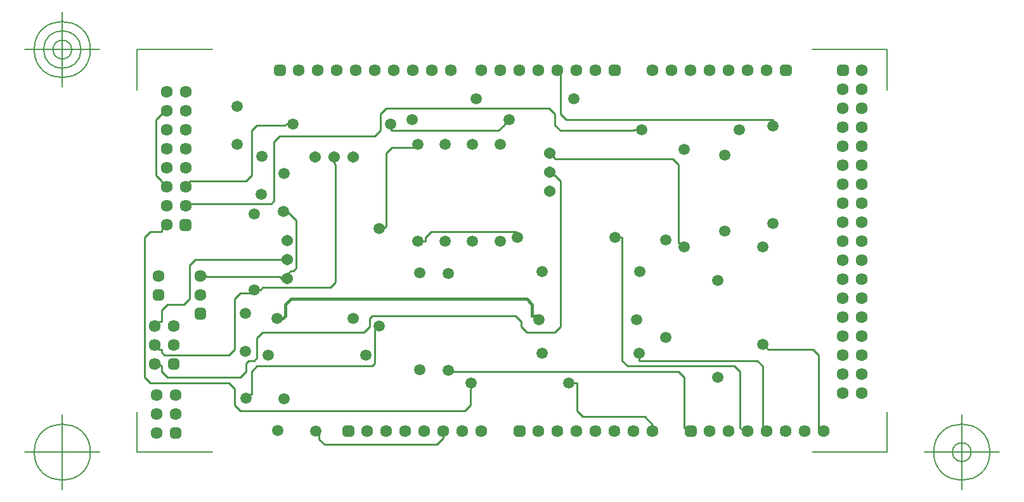
<source format=gbr>
G04 Generated by Ultiboard 14.0 *
%FSLAX34Y34*%
%MOMM*%

%ADD10C,0.0001*%
%ADD11C,0.3810*%
%ADD12C,0.2540*%
%ADD13C,0.1270*%
%ADD14C,1.6088*%
%ADD15R,0.5291X0.5291*%
%ADD16C,0.9949*%
%ADD17C,1.5000*%
%ADD18C,1.5366*%


G04 ColorRGB CCFFCC for the following layer *
%LNCopper Inner 1*%
%LPD*%
G54D10*
G54D11*
X533956Y175006D02*
X528962Y180000D01*
X525000Y180000D01*
X525000Y195000D01*
X517500Y202500D01*
X202500Y202500D01*
X195000Y195000D01*
X195000Y180000D01*
X191530Y176530D01*
X184150Y176530D01*
G54D12*
X685800Y25908D02*
X685800Y34200D01*
X675000Y45000D01*
X592500Y45000D01*
X585000Y52500D01*
X585000Y89662D01*
X573532Y89662D01*
X812800Y25400D02*
X807100Y25400D01*
X802500Y30000D01*
X802500Y105000D01*
X795000Y112500D01*
X652500Y112500D01*
X645000Y120000D01*
X645000Y284988D01*
X635254Y284988D01*
X320320Y166296D02*
X315000Y160976D01*
X315000Y116250D01*
X311250Y112500D01*
X157500Y112500D01*
X150000Y105000D01*
X150000Y75000D01*
X148152Y75000D01*
X142494Y69342D01*
X260858Y392430D02*
X260858Y384142D01*
X262500Y382500D01*
X262500Y225000D01*
X255000Y217500D01*
X165000Y217500D01*
X161922Y214422D01*
X154042Y214422D01*
X505254Y284988D02*
X505254Y289746D01*
X502500Y292500D01*
X390000Y292500D01*
X382500Y285000D01*
X382500Y279292D01*
X371968Y279292D01*
X736600Y25400D02*
X732000Y30000D01*
X727500Y30000D01*
X727500Y97500D01*
X720000Y105000D01*
X420000Y105000D01*
X418320Y106680D01*
X413258Y106680D01*
X914400Y25400D02*
X909800Y30000D01*
X907500Y30000D01*
X907500Y127500D01*
X900000Y135000D01*
X840000Y135000D01*
X840000Y135106D01*
X833120Y141986D01*
X198118Y229682D02*
X190318Y229682D01*
X187500Y232500D01*
X90000Y232500D01*
X89074Y233426D01*
X81534Y233426D01*
X846582Y433530D02*
X846582Y442500D01*
X570000Y442500D01*
X562500Y450000D01*
X562500Y504300D01*
X558800Y508000D01*
X727456Y272288D02*
X722244Y277500D01*
X720000Y277500D01*
X720000Y382500D01*
X712500Y390000D01*
X555000Y390000D01*
X555000Y390642D01*
X548132Y397510D01*
X198118Y229682D02*
X198118Y235618D01*
X202500Y240000D01*
X206250Y240000D01*
X210000Y243750D01*
X210000Y307500D01*
X198222Y319278D01*
X193048Y319278D01*
X205486Y435864D02*
X195864Y435864D01*
X195000Y435000D01*
X157500Y435000D01*
X150000Y427500D01*
X150000Y367500D01*
X142500Y360000D01*
X67500Y360000D01*
X67500Y357568D01*
X61976Y352044D01*
X494284Y442468D02*
X487500Y435684D01*
X487500Y435000D01*
X480000Y427500D01*
X337500Y427500D01*
X335486Y429514D01*
X335486Y435864D01*
X443532Y89662D02*
X443532Y83532D01*
X442500Y82500D01*
X442500Y60000D01*
X435000Y52500D01*
X135000Y52500D01*
X127500Y60000D01*
X127500Y82500D01*
X120000Y90000D01*
X15000Y90000D01*
X7500Y97500D01*
X7500Y285000D01*
X15000Y292500D01*
X30000Y292500D01*
X30000Y294668D01*
X36576Y301244D01*
X36576Y453644D02*
X32932Y450000D01*
X30000Y450000D01*
X22500Y442500D01*
X22500Y367500D01*
X30000Y360000D01*
X30000Y358620D01*
X36576Y352044D01*
X154042Y214422D02*
X150000Y210380D01*
X150000Y210000D01*
X135000Y210000D01*
X127500Y202500D01*
X127500Y135000D01*
X120000Y127500D01*
X33750Y127500D01*
X30000Y131250D01*
X30000Y135000D01*
X27052Y135000D01*
X21082Y140970D01*
X671370Y428498D02*
X660998Y428498D01*
X660000Y427500D01*
X562500Y427500D01*
X555000Y435000D01*
X555000Y450000D01*
X547500Y457500D01*
X330000Y457500D01*
X322500Y450000D01*
X322500Y427500D01*
X315000Y420000D01*
X187500Y420000D01*
X180000Y412500D01*
X180000Y333750D01*
X176250Y330000D01*
X65332Y330000D01*
X61976Y326644D01*
X838200Y25400D02*
X833600Y30000D01*
X832500Y30000D01*
X832500Y112500D01*
X825000Y120000D01*
X668020Y120000D01*
X668020Y129540D01*
X406400Y25400D02*
X406400Y16400D01*
X397500Y7500D01*
X247500Y7500D01*
X240000Y15000D01*
X240000Y22500D01*
X239636Y22500D01*
X236220Y25916D01*
X371968Y409292D02*
X367676Y405000D01*
X337500Y405000D01*
X330000Y397500D01*
X330000Y300000D01*
X326296Y296296D01*
X320320Y296296D01*
X198118Y255082D02*
X198118Y255000D01*
X75000Y255000D01*
X67500Y247500D01*
X67500Y202500D01*
X60000Y195000D01*
X37500Y195000D01*
X30000Y187500D01*
X30000Y172500D01*
X27212Y172500D01*
X21082Y166370D01*
X548132Y372110D02*
X552742Y367500D01*
X555000Y367500D01*
X562500Y360000D01*
X562500Y165000D01*
X555000Y157500D01*
X517500Y157500D01*
X510000Y165000D01*
X510000Y172500D01*
X502500Y180000D01*
X311250Y180000D01*
X307500Y176250D01*
X307500Y165000D01*
X300000Y157500D01*
X165000Y157500D01*
X157500Y150000D01*
X157500Y123750D01*
X153750Y120000D01*
X146250Y120000D01*
X142500Y116250D01*
X142500Y105000D01*
X135000Y97500D01*
X37500Y97500D01*
X30000Y105000D01*
X30000Y112500D01*
X26930Y115570D01*
X21082Y115570D01*
G54D13*
X-2540Y-2540D02*
X-2540Y51308D01*
X-2540Y-2540D02*
X97568Y-2540D01*
X998540Y-2540D02*
X898432Y-2540D01*
X998540Y-2540D02*
X998540Y51308D01*
X998540Y535940D02*
X998540Y482092D01*
X998540Y535940D02*
X898432Y535940D01*
X-2540Y535940D02*
X97568Y535940D01*
X-2540Y535940D02*
X-2540Y482092D01*
X-52540Y-2540D02*
X-152540Y-2540D01*
X-102540Y-52540D02*
X-102540Y47460D01*
X-140040Y-2540D02*
G75*
D01*
G02X-140040Y-2540I37500J0*
G01*
X1048540Y-2540D02*
X1148540Y-2540D01*
X1098540Y-52540D02*
X1098540Y47460D01*
X1061040Y-2540D02*
G75*
D01*
G02X1061040Y-2540I37500J0*
G01*
X1086040Y-2540D02*
G75*
D01*
G02X1086040Y-2540I12500J0*
G01*
X-52540Y535940D02*
X-152540Y535940D01*
X-102540Y485940D02*
X-102540Y585940D01*
X-140040Y535940D02*
G75*
D01*
G02X-140040Y535940I37500J0*
G01*
X-127540Y535940D02*
G75*
D01*
G02X-127540Y535940I25000J0*
G01*
X-115040Y535940D02*
G75*
D01*
G02X-115040Y535940I12500J0*
G01*
G54D14*
X939800Y279654D03*
X939800Y432054D03*
X939800Y482854D03*
X939800Y457454D03*
X939800Y355854D03*
X939800Y381254D03*
X939800Y406654D03*
X939800Y305054D03*
X939800Y330454D03*
X939800Y101854D03*
X939800Y228854D03*
X939800Y254254D03*
X939800Y203454D03*
X939800Y152654D03*
X939800Y178054D03*
X939800Y127254D03*
X939800Y76454D03*
X965200Y279654D03*
X965200Y432054D03*
X965200Y508254D03*
X965200Y482854D03*
X965200Y457454D03*
X965200Y355854D03*
X965200Y381254D03*
X965200Y406654D03*
X965200Y305054D03*
X965200Y330454D03*
X965200Y101854D03*
X965200Y228854D03*
X965200Y254254D03*
X965200Y203454D03*
X965200Y152654D03*
X965200Y178054D03*
X965200Y127254D03*
X965200Y76454D03*
X264160Y508000D03*
X238760Y508000D03*
X213360Y508000D03*
X314960Y508000D03*
X289560Y508000D03*
X340360Y508000D03*
X391160Y508000D03*
X365760Y508000D03*
X416560Y508000D03*
X457200Y508000D03*
X584200Y508000D03*
X609600Y508000D03*
X558800Y508000D03*
X508000Y508000D03*
X533400Y508000D03*
X482600Y508000D03*
X685800Y508000D03*
X812800Y508000D03*
X838200Y508000D03*
X787400Y508000D03*
X736600Y508000D03*
X762000Y508000D03*
X711200Y508000D03*
X457200Y25400D03*
X330200Y25400D03*
X304800Y25400D03*
X355600Y25400D03*
X406400Y25400D03*
X381000Y25400D03*
X431800Y25400D03*
X685800Y25908D03*
X558800Y25908D03*
X533400Y25908D03*
X584200Y25908D03*
X635000Y25908D03*
X609600Y25908D03*
X660400Y25908D03*
X914400Y25400D03*
X787400Y25400D03*
X762000Y25400D03*
X812800Y25400D03*
X863600Y25400D03*
X838200Y25400D03*
X889000Y25400D03*
X25908Y233172D03*
X81534Y208026D03*
X81534Y233426D03*
X36576Y301244D03*
X61976Y402844D03*
X61976Y352044D03*
X61976Y326644D03*
X61976Y377444D03*
X61976Y479044D03*
X61976Y428244D03*
X61976Y453644D03*
X36576Y453644D03*
X36576Y377444D03*
X36576Y326644D03*
X36576Y352044D03*
X36576Y428244D03*
X36576Y402844D03*
X36576Y479044D03*
X23368Y23368D03*
X23368Y74168D03*
X48768Y74168D03*
X23368Y48768D03*
X48768Y48768D03*
X21082Y115570D03*
X21082Y166370D03*
X46482Y166370D03*
X21082Y140970D03*
X46482Y140970D03*
G54D15*
X939800Y508254D03*
X187960Y508000D03*
X635000Y508000D03*
X863600Y508000D03*
X279400Y25400D03*
X508000Y25908D03*
X736600Y25400D03*
X25908Y207772D03*
X81534Y182626D03*
X61976Y301244D03*
X48768Y23368D03*
X46482Y115570D03*
G54D16*
X937155Y505609D02*
X942445Y505609D01*
X942445Y510899D01*
X937155Y510899D01*
X937155Y505609D01*D02*
X185315Y505355D02*
X190605Y505355D01*
X190605Y510645D01*
X185315Y510645D01*
X185315Y505355D01*D02*
X632355Y505355D02*
X637645Y505355D01*
X637645Y510645D01*
X632355Y510645D01*
X632355Y505355D01*D02*
X860955Y505355D02*
X866245Y505355D01*
X866245Y510645D01*
X860955Y510645D01*
X860955Y505355D01*D02*
X276755Y22755D02*
X282045Y22755D01*
X282045Y28045D01*
X276755Y28045D01*
X276755Y22755D01*D02*
X505355Y23263D02*
X510645Y23263D01*
X510645Y28553D01*
X505355Y28553D01*
X505355Y23263D01*D02*
X733955Y22755D02*
X739245Y22755D01*
X739245Y28045D01*
X733955Y28045D01*
X733955Y22755D01*D02*
X23263Y205127D02*
X28553Y205127D01*
X28553Y210417D01*
X23263Y210417D01*
X23263Y205127D01*D02*
X78889Y179981D02*
X84179Y179981D01*
X84179Y185271D01*
X78889Y185271D01*
X78889Y179981D01*D02*
X59331Y298599D02*
X64621Y298599D01*
X64621Y303889D01*
X59331Y303889D01*
X59331Y298599D01*D02*
X46123Y20723D02*
X51413Y20723D01*
X51413Y26013D01*
X46123Y26013D01*
X46123Y20723D01*D02*
X43837Y112925D02*
X49127Y112925D01*
X49127Y118215D01*
X43837Y118215D01*
X43837Y112925D01*D02*
G54D17*
X154042Y214422D03*
X154042Y316022D03*
X846582Y433530D03*
X846582Y303530D03*
X782320Y394462D03*
X782320Y292862D03*
X833120Y271986D03*
X833120Y141986D03*
X193548Y370078D03*
X193048Y319278D03*
X505254Y284988D03*
X635254Y284988D03*
X481948Y409292D03*
X481948Y279292D03*
X445288Y409292D03*
X445288Y279292D03*
X408628Y409292D03*
X408628Y279292D03*
X371968Y409292D03*
X371968Y279292D03*
X703326Y150924D03*
X703326Y280924D03*
X533956Y175006D03*
X663956Y175006D03*
X668226Y239014D03*
X538226Y239014D03*
X727456Y402288D03*
X727456Y272288D03*
X772922Y227282D03*
X772922Y97282D03*
X320320Y296296D03*
X320320Y166296D03*
X671370Y428498D03*
X801370Y428498D03*
X163576Y392684D03*
X163076Y341884D03*
X130556Y408940D03*
X131056Y459740D03*
X285750Y176530D03*
X184150Y176530D03*
X302720Y127254D03*
X172720Y127254D03*
X185420Y26416D03*
X236220Y25916D03*
X142494Y69342D03*
X193294Y68842D03*
X142240Y183388D03*
X141740Y132588D03*
X538020Y129540D03*
X668020Y129540D03*
X374396Y237442D03*
X374396Y107442D03*
X413258Y236680D03*
X413258Y106680D03*
X580476Y470470D03*
X450476Y470470D03*
X443532Y89662D03*
X573532Y89662D03*
X335486Y435864D03*
X205486Y435864D03*
X364284Y442468D03*
X494284Y442468D03*
G54D18*
X198118Y229682D03*
X198118Y255082D03*
X198118Y280482D03*
X286258Y392430D03*
X260858Y392430D03*
X235458Y392430D03*
X548132Y346710D03*
X548132Y372110D03*
X548132Y397510D03*

M02*

</source>
